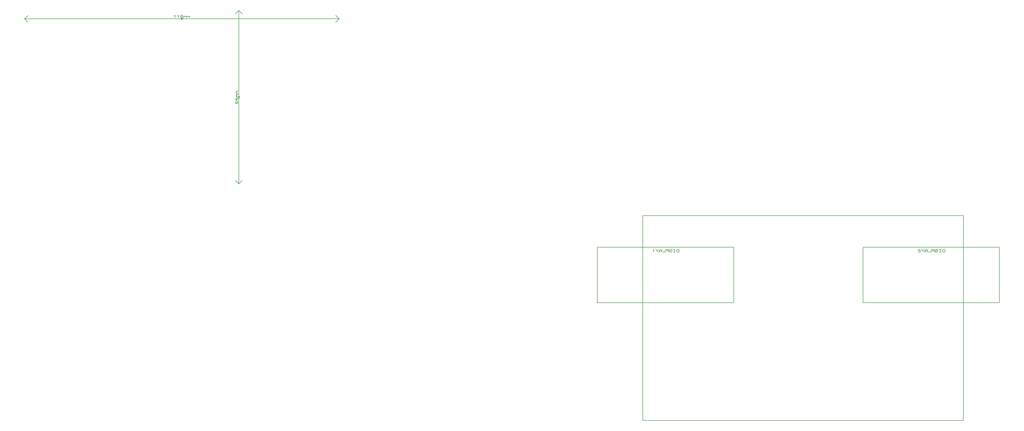
<source format=gbr>
G04 PROTEUS GERBER X2 FILE*
%TF.GenerationSoftware,Labcenter,Proteus,8.9-SP0-Build27865*%
%TF.CreationDate,2021-05-25T18:16:11+00:00*%
%TF.FileFunction,Legend,Bot*%
%TF.FilePolarity,Positive*%
%TF.Part,Single*%
%TF.SameCoordinates,{8c929804-3c0d-4c6f-a7b4-99d41835b1df}*%
%FSLAX45Y45*%
%MOMM*%
G01*
%TA.AperFunction,Material*%
%ADD71C,0.203200*%
%TA.AperFunction,NonMaterial*%
%ADD20C,0.203200*%
%TA.AperFunction,Profile*%
%ADD18C,0.203200*%
%TD.AperFunction*%
D71*
X-12920344Y+3984104D02*
X-7890344Y+3984104D01*
X-7890344Y+6034104D01*
X-12920344Y+6034104D01*
X-12920344Y+3984104D01*
X-9902344Y+5854744D02*
X-9902344Y+5946184D01*
X-9965844Y+5946184D01*
X-9997594Y+5915704D01*
X-9997594Y+5885224D01*
X-9965844Y+5854744D01*
X-9902344Y+5854744D01*
X-10045219Y+5946184D02*
X-10108719Y+5946184D01*
X-10076969Y+5946184D02*
X-10076969Y+5854744D01*
X-10045219Y+5854744D02*
X-10108719Y+5854744D01*
X-10156344Y+5869984D02*
X-10172219Y+5854744D01*
X-10235719Y+5854744D01*
X-10251594Y+5869984D01*
X-10251594Y+5885224D01*
X-10235719Y+5900464D01*
X-10172219Y+5900464D01*
X-10156344Y+5915704D01*
X-10156344Y+5930944D01*
X-10172219Y+5946184D01*
X-10235719Y+5946184D01*
X-10251594Y+5930944D01*
X-10283344Y+5854744D02*
X-10283344Y+5946184D01*
X-10362719Y+5946184D01*
X-10378594Y+5930944D01*
X-10378594Y+5915704D01*
X-10362719Y+5900464D01*
X-10283344Y+5900464D01*
X-10410344Y+5946184D02*
X-10410344Y+5854744D01*
X-10505594Y+5854744D01*
X-10537344Y+5854744D02*
X-10537344Y+5915704D01*
X-10569094Y+5946184D01*
X-10600844Y+5946184D01*
X-10632594Y+5915704D01*
X-10632594Y+5854744D01*
X-10537344Y+5885224D02*
X-10632594Y+5885224D01*
X-10759594Y+5946184D02*
X-10664344Y+5854744D01*
X-10664344Y+5946184D02*
X-10711969Y+5900464D01*
X-10823094Y+5915704D02*
X-10854844Y+5946184D01*
X-10854844Y+5854744D01*
X-3120344Y+3984104D02*
X+1909656Y+3984104D01*
X+1909656Y+6034104D01*
X-3120344Y+6034104D01*
X-3120344Y+3984104D01*
X-102344Y+5854744D02*
X-102344Y+5946184D01*
X-165844Y+5946184D01*
X-197594Y+5915704D01*
X-197594Y+5885224D01*
X-165844Y+5854744D01*
X-102344Y+5854744D01*
X-245219Y+5946184D02*
X-308719Y+5946184D01*
X-276969Y+5946184D02*
X-276969Y+5854744D01*
X-245219Y+5854744D02*
X-308719Y+5854744D01*
X-356344Y+5869984D02*
X-372219Y+5854744D01*
X-435719Y+5854744D01*
X-451594Y+5869984D01*
X-451594Y+5885224D01*
X-435719Y+5900464D01*
X-372219Y+5900464D01*
X-356344Y+5915704D01*
X-356344Y+5930944D01*
X-372219Y+5946184D01*
X-435719Y+5946184D01*
X-451594Y+5930944D01*
X-483344Y+5854744D02*
X-483344Y+5946184D01*
X-562719Y+5946184D01*
X-578594Y+5930944D01*
X-578594Y+5915704D01*
X-562719Y+5900464D01*
X-483344Y+5900464D01*
X-610344Y+5946184D02*
X-610344Y+5854744D01*
X-705594Y+5854744D01*
X-737344Y+5854744D02*
X-737344Y+5915704D01*
X-769094Y+5946184D01*
X-800844Y+5946184D01*
X-832594Y+5915704D01*
X-832594Y+5854744D01*
X-737344Y+5885224D02*
X-832594Y+5885224D01*
X-959594Y+5946184D02*
X-864344Y+5854744D01*
X-864344Y+5946184D02*
X-911969Y+5900464D01*
X-1007219Y+5930944D02*
X-1023094Y+5946184D01*
X-1070719Y+5946184D01*
X-1086594Y+5930944D01*
X-1086594Y+5915704D01*
X-1070719Y+5900464D01*
X-1023094Y+5900464D01*
X-1007219Y+5885224D01*
X-1007219Y+5854744D01*
X-1086594Y+5854744D01*
D20*
X-26130000Y+8374700D02*
X-26130000Y+14774700D01*
X-26130000Y+8374700D02*
X-26003000Y+8501700D01*
X-26130000Y+8374700D02*
X-26257000Y+8501700D01*
X-26130000Y+14774700D02*
X-26257000Y+14647700D01*
X-26130000Y+14774700D02*
X-26003000Y+14647700D01*
X-26098250Y+11574700D02*
X-26098359Y+11577334D01*
X-26099249Y+11582603D01*
X-26101111Y+11587872D01*
X-26104154Y+11593141D01*
X-26108809Y+11598343D01*
X-26114078Y+11602169D01*
X-26119347Y+11604609D01*
X-26124616Y+11605990D01*
X-26129885Y+11606450D01*
X-26130000Y+11606450D01*
X-26161750Y+11574700D02*
X-26161641Y+11577334D01*
X-26160751Y+11582603D01*
X-26158889Y+11587872D01*
X-26155846Y+11593141D01*
X-26151191Y+11598343D01*
X-26145922Y+11602169D01*
X-26140653Y+11604609D01*
X-26135384Y+11605990D01*
X-26130115Y+11606450D01*
X-26130000Y+11606450D01*
X-26161750Y+11574700D02*
X-26161641Y+11572066D01*
X-26160751Y+11566797D01*
X-26158889Y+11561528D01*
X-26155846Y+11556259D01*
X-26151191Y+11551057D01*
X-26145922Y+11547231D01*
X-26140653Y+11544791D01*
X-26135384Y+11543410D01*
X-26130115Y+11542950D01*
X-26130000Y+11542950D01*
X-26098250Y+11574700D02*
X-26098359Y+11572066D01*
X-26099249Y+11566797D01*
X-26101111Y+11561528D01*
X-26104154Y+11556259D01*
X-26108809Y+11551057D01*
X-26114078Y+11547231D01*
X-26119347Y+11544791D01*
X-26124616Y+11543410D01*
X-26129885Y+11542950D01*
X-26130000Y+11542950D01*
X-26246840Y+11415950D02*
X-26262080Y+11400075D01*
X-26262080Y+11352450D01*
X-26246840Y+11336575D01*
X-26185880Y+11336575D01*
X-26170640Y+11352450D01*
X-26170640Y+11400075D01*
X-26185880Y+11415950D01*
X-26201120Y+11415950D01*
X-26216360Y+11400075D01*
X-26216360Y+11336575D01*
X-26201120Y+11542950D02*
X-26201120Y+11447700D01*
X-26262080Y+11511200D01*
X-26170640Y+11511200D01*
X-26170640Y+11574700D02*
X-26231600Y+11574700D01*
X-26216360Y+11574700D02*
X-26231600Y+11590575D01*
X-26201120Y+11622325D01*
X-26231600Y+11654075D01*
X-26216360Y+11669950D01*
X-26170640Y+11669950D01*
X-26170640Y+11701700D02*
X-26231600Y+11701700D01*
X-26216360Y+11701700D02*
X-26231600Y+11717575D01*
X-26201120Y+11749325D01*
X-26231600Y+11781075D01*
X-26216360Y+11796950D01*
X-26170640Y+11796950D01*
X-22430000Y+14474700D02*
X-34030000Y+14474700D01*
X-22430000Y+14474700D02*
X-22557000Y+14601700D01*
X-22430000Y+14474700D02*
X-22557000Y+14347700D01*
X-34030000Y+14474700D02*
X-33903000Y+14347700D01*
X-34030000Y+14474700D02*
X-33903000Y+14601700D01*
X-28198250Y+14474700D02*
X-28198359Y+14477334D01*
X-28199249Y+14482603D01*
X-28201111Y+14487872D01*
X-28204154Y+14493141D01*
X-28208809Y+14498343D01*
X-28214078Y+14502169D01*
X-28219347Y+14504609D01*
X-28224616Y+14505990D01*
X-28229885Y+14506450D01*
X-28230000Y+14506450D01*
X-28261750Y+14474700D02*
X-28261641Y+14477334D01*
X-28260751Y+14482603D01*
X-28258889Y+14487872D01*
X-28255846Y+14493141D01*
X-28251191Y+14498343D01*
X-28245922Y+14502169D01*
X-28240653Y+14504609D01*
X-28235384Y+14505990D01*
X-28230115Y+14506450D01*
X-28230000Y+14506450D01*
X-28261750Y+14474700D02*
X-28261641Y+14472066D01*
X-28260751Y+14466797D01*
X-28258889Y+14461528D01*
X-28255846Y+14456259D01*
X-28251191Y+14451057D01*
X-28245922Y+14447231D01*
X-28240653Y+14444791D01*
X-28235384Y+14443410D01*
X-28230115Y+14442950D01*
X-28230000Y+14442950D01*
X-28198250Y+14474700D02*
X-28198359Y+14472066D01*
X-28199249Y+14466797D01*
X-28201111Y+14461528D01*
X-28204154Y+14456259D01*
X-28208809Y+14451057D01*
X-28214078Y+14447231D01*
X-28219347Y+14444791D01*
X-28224616Y+14443410D01*
X-28229885Y+14442950D01*
X-28230000Y+14442950D01*
X-28515750Y+14576300D02*
X-28484000Y+14606780D01*
X-28484000Y+14515340D01*
X-28388750Y+14576300D02*
X-28357000Y+14606780D01*
X-28357000Y+14515340D01*
X-28198250Y+14591540D02*
X-28214125Y+14606780D01*
X-28261750Y+14606780D01*
X-28277625Y+14591540D01*
X-28277625Y+14530580D01*
X-28261750Y+14515340D01*
X-28214125Y+14515340D01*
X-28198250Y+14530580D01*
X-28198250Y+14545820D01*
X-28214125Y+14561060D01*
X-28277625Y+14561060D01*
X-28166500Y+14515340D02*
X-28166500Y+14576300D01*
X-28166500Y+14561060D02*
X-28150625Y+14576300D01*
X-28118875Y+14545820D01*
X-28087125Y+14576300D01*
X-28071250Y+14561060D01*
X-28071250Y+14515340D01*
X-28039500Y+14515340D02*
X-28039500Y+14576300D01*
X-28039500Y+14561060D02*
X-28023625Y+14576300D01*
X-27991875Y+14545820D01*
X-27960125Y+14576300D01*
X-27944250Y+14561060D01*
X-27944250Y+14515340D01*
D18*
X-11240344Y-370596D02*
X+579656Y-370596D01*
X+579656Y+7199404D01*
X-11240344Y+7199404D01*
X-11240344Y-370596D01*
M02*

</source>
